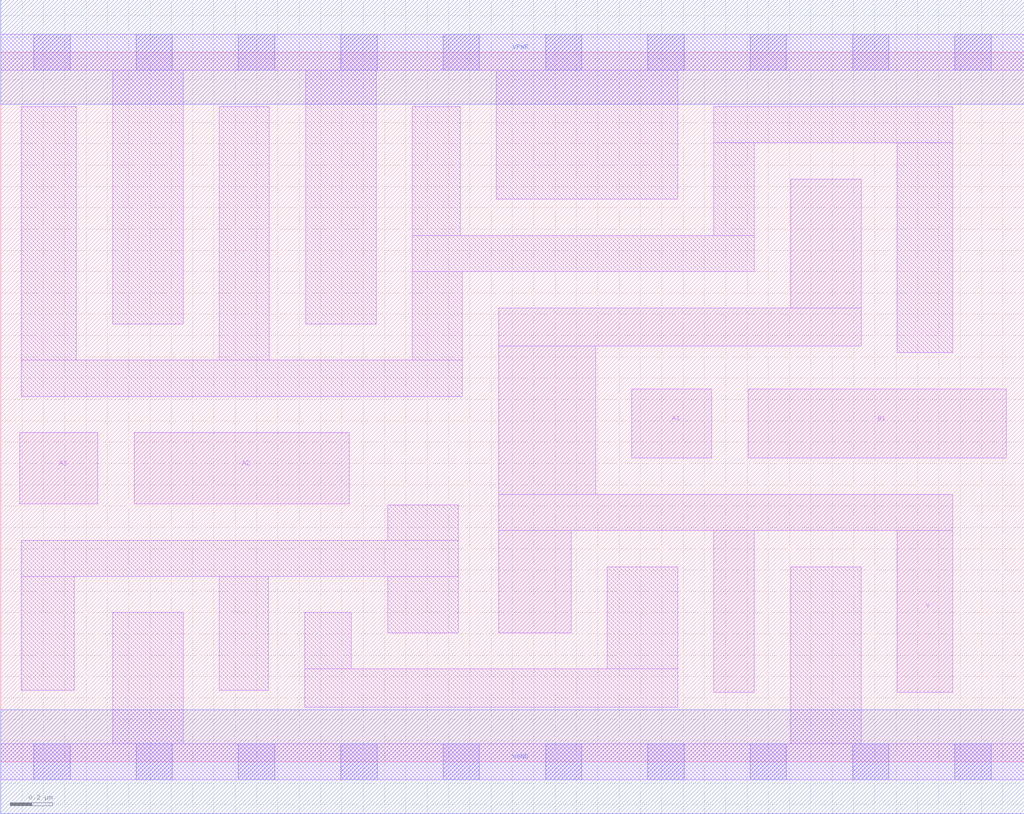
<source format=lef>
# Copyright 2020 The SkyWater PDK Authors
#
# Licensed under the Apache License, Version 2.0 (the "License");
# you may not use this file except in compliance with the License.
# You may obtain a copy of the License at
#
#     https://www.apache.org/licenses/LICENSE-2.0
#
# Unless required by applicable law or agreed to in writing, software
# distributed under the License is distributed on an "AS IS" BASIS,
# WITHOUT WARRANTIES OR CONDITIONS OF ANY KIND, either express or implied.
# See the License for the specific language governing permissions and
# limitations under the License.
#
# SPDX-License-Identifier: Apache-2.0

VERSION 5.7 ;
  NAMESCASESENSITIVE ON ;
  NOWIREEXTENSIONATPIN ON ;
  DIVIDERCHAR "/" ;
  BUSBITCHARS "[]" ;
UNITS
  DATABASE MICRONS 200 ;
END UNITS
MACRO sky130_fd_sc_lp__a31oi_2
  CLASS CORE ;
  FOREIGN sky130_fd_sc_lp__a31oi_2 ;
  ORIGIN  0.000000  0.000000 ;
  SIZE  4.800000 BY  3.330000 ;
  SYMMETRY X Y R90 ;
  SITE unit ;
  PIN A1
    ANTENNAGATEAREA  0.630000 ;
    DIRECTION INPUT ;
    USE SIGNAL ;
    PORT
      LAYER li1 ;
        RECT 2.960000 1.425000 3.335000 1.750000 ;
    END
  END A1
  PIN A2
    ANTENNAGATEAREA  0.630000 ;
    DIRECTION INPUT ;
    USE SIGNAL ;
    PORT
      LAYER li1 ;
        RECT 0.625000 1.210000 1.635000 1.545000 ;
    END
  END A2
  PIN A3
    ANTENNAGATEAREA  0.630000 ;
    DIRECTION INPUT ;
    USE SIGNAL ;
    PORT
      LAYER li1 ;
        RECT 0.090000 1.210000 0.455000 1.545000 ;
    END
  END A3
  PIN B1
    ANTENNAGATEAREA  0.630000 ;
    DIRECTION INPUT ;
    USE SIGNAL ;
    PORT
      LAYER li1 ;
        RECT 3.505000 1.425000 4.715000 1.750000 ;
    END
  END B1
  PIN Y
    ANTENNADIFFAREA  1.037400 ;
    DIRECTION OUTPUT ;
    USE SIGNAL ;
    PORT
      LAYER li1 ;
        RECT 2.335000 0.605000 2.675000 1.085000 ;
        RECT 2.335000 1.085000 4.465000 1.255000 ;
        RECT 2.335000 1.255000 2.790000 1.950000 ;
        RECT 2.335000 1.950000 4.035000 2.130000 ;
        RECT 3.345000 0.325000 3.535000 1.085000 ;
        RECT 3.705000 2.130000 4.035000 2.735000 ;
        RECT 4.205000 0.325000 4.465000 1.085000 ;
    END
  END Y
  PIN VGND
    DIRECTION INOUT ;
    USE GROUND ;
    PORT
      LAYER met1 ;
        RECT 0.000000 -0.245000 4.800000 0.245000 ;
    END
  END VGND
  PIN VPWR
    DIRECTION INOUT ;
    USE POWER ;
    PORT
      LAYER met1 ;
        RECT 0.000000 3.085000 4.800000 3.575000 ;
    END
  END VPWR
  OBS
    LAYER li1 ;
      RECT 0.000000 -0.085000 4.800000 0.085000 ;
      RECT 0.000000  3.245000 4.800000 3.415000 ;
      RECT 0.095000  0.335000 0.345000 0.870000 ;
      RECT 0.095000  0.870000 2.145000 1.040000 ;
      RECT 0.095000  1.715000 2.165000 1.885000 ;
      RECT 0.095000  1.885000 0.355000 3.075000 ;
      RECT 0.525000  0.085000 0.855000 0.700000 ;
      RECT 0.525000  2.055000 0.855000 3.245000 ;
      RECT 1.025000  0.335000 1.255000 0.870000 ;
      RECT 1.025000  1.885000 1.260000 3.075000 ;
      RECT 1.425000  0.255000 3.175000 0.435000 ;
      RECT 1.425000  0.435000 1.645000 0.700000 ;
      RECT 1.430000  2.055000 1.760000 3.245000 ;
      RECT 1.815000  0.605000 2.145000 0.870000 ;
      RECT 1.815000  1.040000 2.145000 1.205000 ;
      RECT 1.930000  1.885000 2.165000 2.300000 ;
      RECT 1.930000  2.300000 3.535000 2.470000 ;
      RECT 1.930000  2.470000 2.155000 3.075000 ;
      RECT 2.325000  2.640000 3.175000 3.245000 ;
      RECT 2.845000  0.435000 3.175000 0.915000 ;
      RECT 3.345000  2.470000 3.535000 2.905000 ;
      RECT 3.345000  2.905000 4.465000 3.075000 ;
      RECT 3.705000  0.085000 4.035000 0.915000 ;
      RECT 4.205000  1.920000 4.465000 2.905000 ;
    LAYER mcon ;
      RECT 0.155000 -0.085000 0.325000 0.085000 ;
      RECT 0.155000  3.245000 0.325000 3.415000 ;
      RECT 0.635000 -0.085000 0.805000 0.085000 ;
      RECT 0.635000  3.245000 0.805000 3.415000 ;
      RECT 1.115000 -0.085000 1.285000 0.085000 ;
      RECT 1.115000  3.245000 1.285000 3.415000 ;
      RECT 1.595000 -0.085000 1.765000 0.085000 ;
      RECT 1.595000  3.245000 1.765000 3.415000 ;
      RECT 2.075000 -0.085000 2.245000 0.085000 ;
      RECT 2.075000  3.245000 2.245000 3.415000 ;
      RECT 2.555000 -0.085000 2.725000 0.085000 ;
      RECT 2.555000  3.245000 2.725000 3.415000 ;
      RECT 3.035000 -0.085000 3.205000 0.085000 ;
      RECT 3.035000  3.245000 3.205000 3.415000 ;
      RECT 3.515000 -0.085000 3.685000 0.085000 ;
      RECT 3.515000  3.245000 3.685000 3.415000 ;
      RECT 3.995000 -0.085000 4.165000 0.085000 ;
      RECT 3.995000  3.245000 4.165000 3.415000 ;
      RECT 4.475000 -0.085000 4.645000 0.085000 ;
      RECT 4.475000  3.245000 4.645000 3.415000 ;
  END
END sky130_fd_sc_lp__a31oi_2
END LIBRARY

</source>
